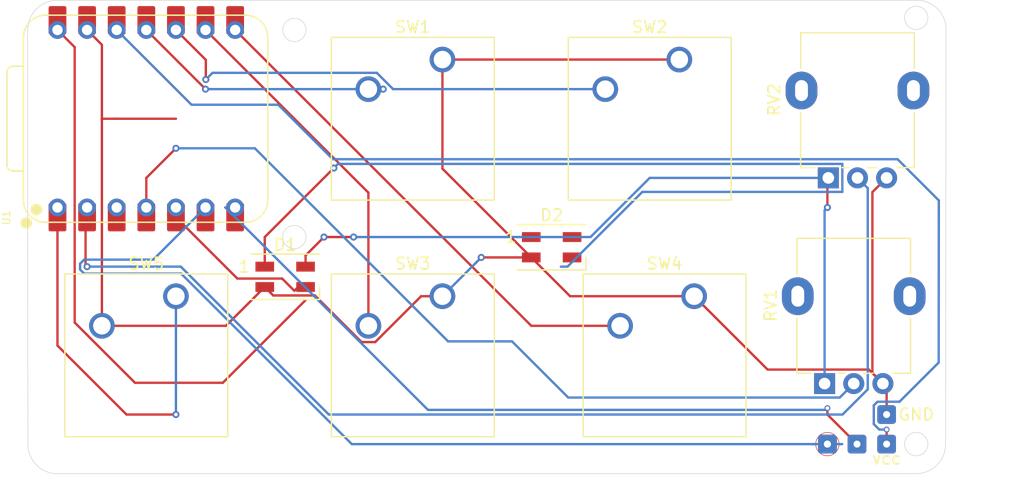
<source format=kicad_pcb>
(kicad_pcb (version 20241229) (generator "pcbnew") (generator_version "9.0")
  (layers (0 "F.Cu" signal) (2 "B.Cu" signal) (13 "F.Paste" user) (15 "B.Paste" user) (5 "F.SilkS" user "F.Silkscreen") (7 "B.SilkS" user "B.Silkscreen") (1 "F.Mask" user) (3 "B.Mask" user) (25 "Edge.Cuts" user))
  (net 0 "")
  (net 1 "Net-(D1-DIN)")
  (net 2 "Net-(D1-DOUT)")
  (net 3 "+5V")
  (net 4 "GND")
  (net 6 "Net-(U1-GPIO29{slash}ADC3{slash}A3)")
  (net 7 "Net-(U1-GPIO3{slash}MOSI)")
  (net 8 "Net-(U1-GPIO4{slash}MISO)")
  (net 9 "Net-(U1-GPIO2{slash}SCK)")
  (net 10 "Net-(U1-GPIO1{slash}RX)")
  (net 11 "Net-(U1-GPIO26{slash}ADC0{slash}A0)")
  (net 13 "unconnected-(U1-GPIO0{slash}TX-Pad7)")
  (net 14 "unconnected-(U1-GPIO7{slash}SCL-Pad6)")
  (net 15 "unconnected-(U1-3V3-Pad12)")
  (net 16 "Net-(U1-GPIO27{slash}ADC1{slash}A1)")
  (footprint "Button_Switch_Keyboard:SW_Cherry_MX_1.00u_PCB" (layer "F.Cu") (at 157.48 30.48)
    (property "Reference" "SW1" (at -2.54 -2.794 0) (layer "F.SilkS"))
    (property "Value" "SW_Push")
    (fp_line (start -9.525 -1.905) (end 4.445 -1.905) (stroke (width 0.12)) (layer "F.SilkS"))
    (fp_line (start -9.525 12.065) (end -9.525 -1.905) (stroke (width 0.12)) (layer "F.SilkS"))
    (fp_line (start 4.445 -1.905) (end 4.445 12.065) (stroke (width 0.12)) (layer "F.SilkS"))
    (fp_line (start 4.445 12.065) (end -9.525 12.065) (stroke (width 0.12)) (layer "F.SilkS"))
    (pad "" np_thru_hole circle (at -7.62 5.08) (size 1.7 1.7) (drill 1.7) (layers "*.Cu" "*.Mask"))
    (pad "" np_thru_hole circle (at -2.54 5.08) (size 4 4) (drill 4) (layers "*.Cu" "*.Mask"))
    (pad "" np_thru_hole circle (at 2.54 5.08) (size 1.7 1.7) (drill 1.7) (layers "*.Cu" "*.Mask"))
    (pad "1" thru_hole circle (at 0 0) (size 2.2 2.2) (drill 1.5) (layers "*.Cu" "*.Mask") (net 4 "GND"))
    (pad "2" thru_hole circle (at -6.35 2.54) (size 2.2 2.2) (drill 1.5) (layers "*.Cu" "*.Mask") (net 7 "Net-(U1-GPIO3{slash}MOSI)"))
  )
  (footprint "Button_Switch_Keyboard:SW_Cherry_MX_1.00u_PCB" (layer "F.Cu") (at 134.62 50.8)
    (property "Reference" "SW5" (at -2.54 -2.794 0) (layer "F.SilkS"))
    (property "Value" "SW_Push")
    (fp_line (start -9.525 -1.905) (end 4.445 -1.905) (stroke (width 0.12)) (layer "F.SilkS"))
    (fp_line (start -9.525 12.065) (end -9.525 -1.905) (stroke (width 0.12)) (layer "F.SilkS"))
    (fp_line (start 4.445 -1.905) (end 4.445 12.065) (stroke (width 0.12)) (layer "F.SilkS"))
    (fp_line (start 4.445 12.065) (end -9.525 12.065) (stroke (width 0.12)) (layer "F.SilkS"))
    (pad "" np_thru_hole circle (at -7.62 5.08) (size 1.7 1.7) (drill 1.7) (layers "*.Cu" "*.Mask"))
    (pad "" np_thru_hole circle (at -2.54 5.08) (size 4 4) (drill 4) (layers "*.Cu" "*.Mask"))
    (pad "" np_thru_hole circle (at 2.54 5.08) (size 1.7 1.7) (drill 1.7) (layers "*.Cu" "*.Mask"))
    (pad "1" thru_hole circle (at 0 0) (size 2.2 2.2) (drill 1.5) (layers "*.Cu" "*.Mask") (net 11 "Net-(U1-GPIO26{slash}ADC0{slash}A0)"))
    (pad "2" thru_hole circle (at -6.35 2.54) (size 2.2 2.2) (drill 1.5) (layers "*.Cu" "*.Mask") (net 4 "GND"))
  )
  (footprint "Potentiometer_THT:Potentiometer_Alpha_RD901F-40-00D_Single_Vertical" (layer "F.Cu") (at 190.58 40.64 90)
    (property "Reference" "RV2" (at 6.71 -4.64 90) (layer "F.SilkS"))
    (property "Value" "R_Potentiometer")
    (fp_line (start 0.88 -2.38) (end 5.6 -2.38) (stroke (width 0.12)) (layer "F.SilkS"))
    (fp_line (start 9.41 -2.37) (end 12.47 -2.37) (stroke (width 0.12)) (layer "F.SilkS"))
    (fp_line (start 0.88 -1.19) (end 0.88 -2.37) (stroke (width 0.12)) (layer "F.SilkS"))
    (fp_line (start 0.88 1.71) (end 0.88 1.18) (stroke (width 0.12)) (layer "F.SilkS"))
    (fp_line (start 0.88 4.16) (end 0.88 3.33) (stroke (width 0.12)) (layer "F.SilkS"))
    (fp_line (start 12.47 7.37) (end 12.47 -2.37) (stroke (width 0.12)) (layer "F.SilkS"))
    (fp_line (start 9.41 7.37) (end 12.47 7.37) (stroke (width 0.12)) (layer "F.SilkS"))
    (fp_line (start 0.88 7.37) (end 0.88 5.88) (stroke (width 0.12)) (layer "F.SilkS"))
    (fp_line (start 0.88 7.37) (end 5.6 7.37) (stroke (width 0.12)) (layer "F.SilkS"))
    (pad "" thru_hole oval (at 7.5 -2.3 180) (size 2.72 3.24) (drill oval 1.1 1.8) (layers "*.Cu" "*.Mask"))
    (pad "" thru_hole oval (at 7.5 7.3 180) (size 2.72 3.24) (drill oval 1.1 1.8) (layers "*.Cu" "*.Mask"))
    (pad "1" thru_hole rect (at 0 0 180) (size 1.8 1.8) (drill 1) (layers "*.Cu" "*.Mask") (net 3 "+5V"))
    (pad "2" thru_hole circle (at 0 2.5 180) (size 1.8 1.8) (drill 1) (layers "*.Cu" "*.Mask") (net 16 "Net-(U1-GPIO27{slash}ADC1{slash}A1)"))
    (pad "3" thru_hole circle (at 0 5 180) (size 1.8 1.8) (drill 1) (layers "*.Cu" "*.Mask") (net 4 "GND"))
  )
  (footprint "LED_SMD:LED_SK6812MINI_PLCC4_3.5x3.5mm_P1.75mm" (layer "F.Cu") (at 143.99 49.135)
    (property "Reference" "D1" (at 0 -2.75 0) (layer "F.SilkS"))
    (property "Value" "SK6812MINI")
    (fp_line (start -2.95 -1.95) (end 2.95 -1.95) (stroke (width 0.12)) (layer "F.SilkS"))
    (fp_line (start -2.95 1.95) (end 2.95 1.95) (stroke (width 0.12)) (layer "F.SilkS"))
    (fp_line (start 2.95 1.95) (end 2.95 0.875) (stroke (width 0.12)) (layer "F.SilkS"))
    (fp_text user "1" (at -3.5 -0.875 0) (layer "F.SilkS"))
    (pad "1" smd rect (at -1.75 -0.875) (size 1.6 0.85) (layers "F.Cu" "F.Mask" "F.Paste") (net 2 "Net-(D1-DOUT)"))
    (pad "2" smd rect (at -1.75 0.875) (size 1.6 0.85) (layers "F.Cu" "F.Mask" "F.Paste") (net 4 "GND"))
    (pad "3" smd rect (at 1.75 0.875) (size 1.6 0.85) (layers "F.Cu" "F.Mask" "F.Paste") (net 1 "Net-(D1-DIN)"))
    (pad "4" smd rect (at 1.75 -0.875) (size 1.6 0.85) (layers "F.Cu" "F.Mask" "F.Paste") (net 3 "+5V"))
  )
  (footprint "Button_Switch_Keyboard:SW_Cherry_MX_1.00u_PCB" (layer "F.Cu") (at 157.48 50.8)
    (property "Reference" "SW3" (at -2.54 -2.794 0) (layer "F.SilkS"))
    (property "Value" "SW_Push")
    (fp_line (start -9.525 -1.905) (end 4.445 -1.905) (stroke (width 0.12)) (layer "F.SilkS"))
    (fp_line (start -9.525 12.065) (end -9.525 -1.905) (stroke (width 0.12)) (layer "F.SilkS"))
    (fp_line (start 4.445 -1.905) (end 4.445 12.065) (stroke (width 0.12)) (layer "F.SilkS"))
    (fp_line (start 4.445 12.065) (end -9.525 12.065) (stroke (width 0.12)) (layer "F.SilkS"))
    (pad "" np_thru_hole circle (at -7.62 5.08) (size 1.7 1.7) (drill 1.7) (layers "*.Cu" "*.Mask"))
    (pad "" np_thru_hole circle (at -2.54 5.08) (size 4 4) (drill 4) (layers "*.Cu" "*.Mask"))
    (pad "" np_thru_hole circle (at 2.54 5.08) (size 1.7 1.7) (drill 1.7) (layers "*.Cu" "*.Mask"))
    (pad "1" thru_hole circle (at 0 0) (size 2.2 2.2) (drill 1.5) (layers "*.Cu" "*.Mask") (net 4 "GND"))
    (pad "2" thru_hole circle (at -6.35 2.54) (size 2.2 2.2) (drill 1.5) (layers "*.Cu" "*.Mask") (net 9 "Net-(U1-GPIO2{slash}SCK)"))
  )
  (footprint "LED_SMD:LED_SK6812MINI_PLCC4_3.5x3.5mm_P1.75mm" (layer "F.Cu") (at 166.85 46.595)
    (property "Reference" "D2" (at 0 -2.75 0) (layer "F.SilkS"))
    (property "Value" "SK6812MINI")
    (fp_line (start -2.95 -1.95) (end 2.95 -1.95) (stroke (width 0.12)) (layer "F.SilkS"))
    (fp_line (start -2.95 1.95) (end 2.95 1.95) (stroke (width 0.12)) (layer "F.SilkS"))
    (fp_line (start 2.95 1.95) (end 2.95 0.875) (stroke (width 0.12)) (layer "F.SilkS"))
    (fp_text user "1" (at -3.5 -0.875 0) (layer "F.SilkS"))
    (pad "1" smd rect (at -1.75 -0.875) (size 1.6 0.85) (layers "F.Cu" "F.Mask" "F.Paste"))
    (pad "2" smd rect (at -1.75 0.875) (size 1.6 0.85) (layers "F.Cu" "F.Mask" "F.Paste") (net 4 "GND"))
    (pad "3" smd rect (at 1.75 0.875) (size 1.6 0.85) (layers "F.Cu" "F.Mask" "F.Paste") (net 2 "Net-(D1-DOUT)"))
    (pad "4" smd rect (at 1.75 -0.875) (size 1.6 0.85) (layers "F.Cu" "F.Mask" "F.Paste") (net 3 "+5V"))
  )
  (footprint "" (layer "F.Cu") (at 190.5 63.5)
    (property "Reference" "" (at 0 0 0) (layer "F.SilkS") (effects (font (size 1.27 1.27))))
    (property "Value" "")
    (pad "1" thru_hole roundrect (at 0 0) (size 1.6 1.6) (drill 0.6) (layers "*.Cu" "*.Mask") (roundrect_rratio 0.15625))
  )
  (footprint "" (layer "F.Cu") (at 193.04 63.5)
    (property "Reference" "" (at 0 0 0) (layer "F.SilkS") (effects (font (size 1.27 1.27))))
    (property "Value" "")
    (pad "1" thru_hole roundrect (at 0 0) (size 1.6 1.6) (drill 0.6) (layers "*.Cu" "*.Mask") (roundrect_rratio 0.15625))
  )
  (footprint "" (layer "F.Cu") (at 195.58 60.96)
    (property "Reference" "" (at 0 0 0) (layer "F.SilkS") (effects (font (size 1.27 1.27))))
    (property "Value" "")
    (pad "1" thru_hole roundrect (at 0 0) (size 1.6 1.6) (drill 0.6) (layers "*.Cu" "*.Mask") (roundrect_rratio 0.15625))
  )
  (footprint "OPL:XIAO-RP2040-DIP" (layer "F.Cu") (at 132.08 35.56 90)
    (property "Reference" "U1" (at -8.5 -12 90) (layer "F.SilkS") (effects (font (size 0.635 0.635) (thickness 0.1016))))
    (property "Value" "XIAO-RP2040-DIP")
    (fp_line (start -3.991272 -11.951) (end 4.004 -11.951) (stroke (width 0.127)) (layer "F.SilkS"))
    (fp_line (start 4.504 -11.451) (end 4.504 -10.541) (stroke (width 0.127)) (layer "F.SilkS"))
    (fp_line (start 6.985 -10.541) (end -6.985 -10.541) (stroke (width 0.1)) (layer "F.SilkS"))
    (fp_line (start 6.985 -10.541) (end -6.985 -10.541) (stroke (width 0.127)) (layer "F.SilkS"))
    (fp_line (start -4.495 -10.541) (end -4.491272 -11.451272) (stroke (width 0.127)) (layer "F.SilkS"))
    (fp_line (start 8.89 8.509) (end 8.89 -8.636) (stroke (width 0.127)) (layer "F.SilkS"))
    (fp_line (start -8.89 8.509) (end -8.89 -8.636) (stroke (width 0.127)) (layer "F.SilkS"))
    (fp_line (start -6.985 10.414) (end 6.985 10.414) (stroke (width 0.127)) (layer "F.SilkS"))
    (fp_arc (start 4.004 -11.951) (mid 4.357553 -11.804553) (end 4.504 -11.451) (stroke (width 0.127)) (layer "F.SilkS"))
    (fp_arc (start -4.491272 -11.451272) (mid -4.344728 -11.80464) (end -3.991272 -11.951) (stroke (width 0.127)) (layer "F.SilkS"))
    (fp_arc (start 6.985 -10.541) (mid 8.332038 -9.983038) (end 8.89 -8.636) (stroke (width 0.127)) (layer "F.SilkS"))
    (fp_arc (start -8.89 -8.636) (mid -8.332038 -9.983038) (end -6.985 -10.541) (stroke (width 0.127)) (layer "F.SilkS"))
    (fp_arc (start 8.89 8.509) (mid 8.332038 9.856038) (end 6.985 10.414) (stroke (width 0.127)) (layer "F.SilkS"))
    (fp_arc (start -6.985 10.414) (mid -8.332038 9.856038) (end -8.89 8.509) (stroke (width 0.127)) (layer "F.SilkS"))
    (fp_circle (center -8.95 -10.3) (end -8.95 -10.554) (stroke (width 0.5)) (fill yes) (layer "F.SilkS"))
    (fp_circle (center -7.807 -9.42) (end -7.807 -9.674) (stroke (width 0.5)) (fill yes) (layer "F.SilkS"))
    (pad "1" smd roundrect (at -8.455 -7.62 270) (size 2.432 1.524) (layers "F.Cu" "F.Mask") (roundrect_rratio 0.1) (net 11 "Net-(U1-GPIO26{slash}ADC0{slash}A0)"))
    (pad "1" thru_hole circle (at -7.62 -7.62 270) (size 1.524 1.524) (drill 0.889) (layers "*.Cu" "*.Mask") (net 11 "Net-(U1-GPIO26{slash}ADC0{slash}A0)"))
    (pad "2" smd roundrect (at -8.455 -5.08 270) (size 2.432 1.524) (layers "F.Cu" "F.Mask") (roundrect_rratio 0.1) (net 16 "Net-(U1-GPIO27{slash}ADC1{slash}A1)"))
    (pad "2" thru_hole circle (at -7.62 -5.08 270) (size 1.524 1.524) (drill 0.889) (layers "*.Cu" "*.Mask") (net 16 "Net-(U1-GPIO27{slash}ADC1{slash}A1)"))
    (pad "3" smd roundrect (at -8.455 -2.54 270) (size 2.432 1.524) (layers "F.Cu" "F.Mask") (roundrect_rratio 0.1))
    (pad "3" thru_hole circle (at -7.62 -2.54 270) (size 1.524 1.524) (drill 0.889) (layers "*.Cu" "*.Mask"))
    (pad "4" smd roundrect (at -8.455 0 270) (size 2.432 1.524) (layers "F.Cu" "F.Mask") (roundrect_rratio 0.1) (net 6 "Net-(U1-GPIO29{slash}ADC3{slash}A3)"))
    (pad "4" thru_hole circle (at -7.62 0 270) (size 1.524 1.524) (drill 0.889) (layers "*.Cu" "*.Mask") (net 6 "Net-(U1-GPIO29{slash}ADC3{slash}A3)"))
    (pad "5" smd roundrect (at -8.455 2.54 270) (size 2.432 1.524) (layers "F.Cu" "F.Mask") (roundrect_rratio 0.1) (net 1 "Net-(D1-DIN)"))
    (pad "5" thru_hole circle (at -7.62 2.54 270) (size 1.524 1.524) (drill 0.889) (layers "*.Cu" "*.Mask") (net 1 "Net-(D1-DIN)"))
    (pad "6" smd roundrect (at -8.455 5.08 270) (size 2.432 1.524) (layers "F.Cu" "F.Mask") (roundrect_rratio 0.1) (net 14 "unconnected-(U1-GPIO7{slash}SCL-Pad6)"))
    (pad "6" thru_hole circle (at -7.62 5.08 270) (size 1.524 1.524) (drill 0.889) (layers "*.Cu" "*.Mask") (net 14 "unconnected-(U1-GPIO7{slash}SCL-Pad6)"))
    (pad "7" smd roundrect (at -8.455 7.62 270) (size 2.432 1.524) (layers "F.Cu" "F.Mask") (roundrect_rratio 0.1) (net 13 "unconnected-(U1-GPIO0{slash}TX-Pad7)"))
    (pad "7" thru_hole circle (at -7.62 7.62 270) (size 1.524 1.524) (drill 0.889) (layers "*.Cu" "*.Mask") (net 13 "unconnected-(U1-GPIO0{slash}TX-Pad7)"))
    (pad "8" thru_hole circle (at 7.62 7.62 90) (size 1.524 1.524) (drill 0.889) (layers "*.Cu" "*.Mask") (net 10 "Net-(U1-GPIO1{slash}RX)"))
    (pad "8" smd roundrect (at 8.455 7.62 90) (size 2.432 1.524) (layers "F.Cu" "F.Mask") (roundrect_rratio 0.1) (net 10 "Net-(U1-GPIO1{slash}RX)"))
    (pad "9" thru_hole circle (at 7.62 5.08 90) (size 1.524 1.524) (drill 0.889) (layers "*.Cu" "*.Mask") (net 9 "Net-(U1-GPIO2{slash}SCK)"))
    (pad "9" smd roundrect (at 8.455 5.08 90) (size 2.432 1.524) (layers "F.Cu" "F.Mask") (roundrect_rratio 0.1) (net 9 "Net-(U1-GPIO2{slash}SCK)"))
    (pad "10" thru_hole circle (at 7.62 2.54 90) (size 1.524 1.524) (drill 0.889) (layers "*.Cu" "*.Mask") (net 8 "Net-(U1-GPIO4{slash}MISO)"))
    (pad "10" smd roundrect (at 8.455 2.54 90) (size 2.432 1.524) (layers "F.Cu" "F.Mask") (roundrect_rratio 0.1) (net 8 "Net-(U1-GPIO4{slash}MISO)"))
    (pad "11" thru_hole circle (at 7.62 0 90) (size 1.524 1.524) (drill 0.889) (layers "*.Cu" "*.Mask") (net 7 "Net-(U1-GPIO3{slash}MOSI)"))
    (pad "11" smd roundrect (at 8.455 0 90) (size 2.432 1.524) (layers "F.Cu" "F.Mask") (roundrect_rratio 0.1) (net 7 "Net-(U1-GPIO3{slash}MOSI)"))
    (pad "12" thru_hole circle (at 7.62 -2.54 90) (size 1.524 1.524) (drill 0.889) (layers "*.Cu" "*.Mask") (net 15 "unconnected-(U1-3V3-Pad12)"))
    (pad "12" smd roundrect (at 8.455 -2.54 90) (size 2.432 1.524) (layers "F.Cu" "F.Mask") (roundrect_rratio 0.1) (net 15 "unconnected-(U1-3V3-Pad12)"))
    (pad "13" thru_hole circle (at 7.62 -5.08 90) (size 1.524 1.524) (drill 0.889) (layers "*.Cu" "*.Mask") (net 4 "GND"))
    (pad "13" smd roundrect (at 8.455 -5.08 90) (size 2.432 1.524) (layers "F.Cu" "F.Mask") (roundrect_rratio 0.1) (net 4 "GND"))
    (pad "14" thru_hole circle (at 7.62 -7.62 90) (size 1.524 1.524) (drill 0.889) (layers "*.Cu" "*.Mask") (net 3 "+5V"))
    (pad "14" smd roundrect (at 8.455 -7.62 90) (size 2.432 1.524) (layers "F.Cu" "F.Mask") (roundrect_rratio 0.1) (net 3 "+5V"))
  )
  (footprint "" (layer "F.Cu") (at 195.58 63.5)
    (property "Reference" "" (at 0 0 0) (layer "F.SilkS") (effects (font (size 1.27 1.27))))
    (property "Value" "")
    (pad "1" thru_hole roundrect (at 0 0) (size 1.6 1.6) (drill 0.6) (layers "*.Cu" "*.Mask") (roundrect_rratio 0.15625))
  )
  (footprint "Button_Switch_Keyboard:SW_Cherry_MX_1.00u_PCB" (layer "F.Cu") (at 177.8 30.48)
    (property "Reference" "SW2" (at -2.54 -2.794 0) (layer "F.SilkS"))
    (property "Value" "SW_Push")
    (fp_line (start -9.525 -1.905) (end 4.445 -1.905) (stroke (width 0.12)) (layer "F.SilkS"))
    (fp_line (start -9.525 12.065) (end -9.525 -1.905) (stroke (width 0.12)) (layer "F.SilkS"))
    (fp_line (start 4.445 -1.905) (end 4.445 12.065) (stroke (width 0.12)) (layer "F.SilkS"))
    (fp_line (start 4.445 12.065) (end -9.525 12.065) (stroke (width 0.12)) (layer "F.SilkS"))
    (pad "" np_thru_hole circle (at -7.62 5.08) (size 1.7 1.7) (drill 1.7) (layers "*.Cu" "*.Mask"))
    (pad "" np_thru_hole circle (at -2.54 5.08) (size 4 4) (drill 4) (layers "*.Cu" "*.Mask"))
    (pad "" np_thru_hole circle (at 2.54 5.08) (size 1.7 1.7) (drill 1.7) (layers "*.Cu" "*.Mask"))
    (pad "1" thru_hole circle (at 0 0) (size 2.2 2.2) (drill 1.5) (layers "*.Cu" "*.Mask") (net 4 "GND"))
    (pad "2" thru_hole circle (at -6.35 2.54) (size 2.2 2.2) (drill 1.5) (layers "*.Cu" "*.Mask") (net 8 "Net-(U1-GPIO4{slash}MISO)"))
  )
  (footprint "Connector_Wire:SolderWire-0.1sqmm_1x01_D0.4mm_OD1mm" (layer "F.Cu") (at 190.5 63.5)
    (property "Reference" "REF**" (hide yes))
    (property "Value" "SolderWire-0.1sqmm_1x01_D0.4mm_OD1mm")
    (pad "1" thru_hole roundrect (at 0 0) (size 1.6 1.6) (drill 0.6) (layers "*.Cu" "*.Mask") (roundrect_rratio 0.15625))
  )
  (footprint "Button_Switch_Keyboard:SW_Cherry_MX_1.00u_PCB" (layer "F.Cu") (at 179.07 50.8)
    (property "Reference" "SW4" (at -2.54 -2.794 0) (layer "F.SilkS"))
    (property "Value" "SW_Push")
    (fp_line (start -9.525 -1.905) (end 4.445 -1.905) (stroke (width 0.12)) (layer "F.SilkS"))
    (fp_line (start -9.525 12.065) (end -9.525 -1.905) (stroke (width 0.12)) (layer "F.SilkS"))
    (fp_line (start 4.445 -1.905) (end 4.445 12.065) (stroke (width 0.12)) (layer "F.SilkS"))
    (fp_line (start 4.445 12.065) (end -9.525 12.065) (stroke (width 0.12)) (layer "F.SilkS"))
    (pad "" np_thru_hole circle (at -7.62 5.08) (size 1.7 1.7) (drill 1.7) (layers "*.Cu" "*.Mask"))
    (pad "" np_thru_hole circle (at -2.54 5.08) (size 4 4) (drill 4) (layers "*.Cu" "*.Mask"))
    (pad "" np_thru_hole circle (at 2.54 5.08) (size 1.7 1.7) (drill 1.7) (layers "*.Cu" "*.Mask"))
    (pad "1" thru_hole circle (at 0 0) (size 2.2 2.2) (drill 1.5) (layers "*.Cu" "*.Mask") (net 4 "GND"))
    (pad "2" thru_hole circle (at -6.35 2.54) (size 2.2 2.2) (drill 1.5) (layers "*.Cu" "*.Mask") (net 10 "Net-(U1-GPIO1{slash}RX)"))
  )
  (footprint "Potentiometer_THT:Potentiometer_Alpha_RD901F-40-00D_Single_Vertical" (layer "F.Cu") (at 190.26 58.3 90)
    (property "Reference" "RV1" (at 6.71 -4.64 90) (layer "F.SilkS"))
    (property "Value" "R_Potentiometer")
    (fp_line (start 0.88 -2.38) (end 5.6 -2.38) (stroke (width 0.12)) (layer "F.SilkS"))
    (fp_line (start 9.41 -2.37) (end 12.47 -2.37) (stroke (width 0.12)) (layer "F.SilkS"))
    (fp_line (start 0.88 -1.19) (end 0.88 -2.37) (stroke (width 0.12)) (layer "F.SilkS"))
    (fp_line (start 0.88 1.71) (end 0.88 1.18) (stroke (width 0.12)) (layer "F.SilkS"))
    (fp_line (start 0.88 4.16) (end 0.88 3.33) (stroke (width 0.12)) (layer "F.SilkS"))
    (fp_line (start 12.47 7.37) (end 12.47 -2.37) (stroke (width 0.12)) (layer "F.SilkS"))
    (fp_line (start 9.41 7.37) (end 12.47 7.37) (stroke (width 0.12)) (layer "F.SilkS"))
    (fp_line (start 0.88 7.37) (end 0.88 5.88) (stroke (width 0.12)) (layer "F.SilkS"))
    (fp_line (start 0.88 7.37) (end 5.6 7.37) (stroke (width 0.12)) (layer "F.SilkS"))
    (pad "" thru_hole oval (at 7.5 -2.3 180) (size 2.72 3.24) (drill oval 1.1 1.8) (layers "*.Cu" "*.Mask"))
    (pad "" thru_hole oval (at 7.5 7.3 180) (size 2.72 3.24) (drill oval 1.1 1.8) (layers "*.Cu" "*.Mask"))
    (pad "1" thru_hole rect (at 0 0 180) (size 1.8 1.8) (drill 1) (layers "*.Cu" "*.Mask") (net 3 "+5V"))
    (pad "2" thru_hole circle (at 0 2.5 180) (size 1.8 1.8) (drill 1) (layers "*.Cu" "*.Mask") (net 6 "Net-(U1-GPIO29{slash}ADC3{slash}A3)"))
    (pad "3" thru_hole circle (at 0 5 180) (size 1.8 1.8) (drill 1) (layers "*.Cu" "*.Mask") (net 4 "GND"))
  )
  (gr_circle (center 190.5 63.5) (end 191.5 63.5) (stroke (width 0.05)) (fill no) (layer "F.Cu") (net 14))
  (gr_line (start 195.58 60.96) (end 195.58 58.42) (stroke (width 0.2)) (layer "F.Cu") (net 4))
  (gr_circle (center 144.78 27.94) (end 145.78 27.94) (stroke (width 0.05)) (fill no) (layer "Edge.Cuts"))
  (gr_arc (start 200.64 63.5) (mid 199.896051 65.296051) (end 198.1 66.04) (stroke (width 0.05)) (layer "Edge.Cuts"))
  (gr_line (start 124.46 66.040001) (end 198.1 66.04) (stroke (width 0.05)) (layer "Edge.Cuts"))
  (gr_circle (center 144.78 45.72) (end 145.78 45.72) (stroke (width 0.05)) (fill no) (layer "Edge.Cuts"))
  (gr_arc (start 124.459999 66.040001) (mid 122.663948 65.296052) (end 121.919999 63.500001) (stroke (width 0.05)) (layer "Edge.Cuts"))
  (gr_arc (start 198.12 25.4) (mid 199.920193 26.089807) (end 200.67 27.9) (stroke (width 0.05)) (layer "Edge.Cuts"))
  (gr_circle (center 198.12 63.5) (end 199.12 63.5) (stroke (width 0.05)) (fill no) (layer "Edge.Cuts"))
  (gr_arc (start 121.9002 27.932079) (mid 122.712473 26.08) (end 124.615459 25.395437) (stroke (width 0.05)) (layer "Edge.Cuts"))
  (gr_line (start 121.919999 63.5) (end 121.9002 27.94) (stroke (width 0.05)) (layer "Edge.Cuts"))
  (gr_line (start 200.669926 27.904786) (end 200.64 63.5) (stroke (width 0.05)) (layer "Edge.Cuts"))
  (gr_line (start 124.615459 25.395437) (end 198.12 25.4) (stroke (width 0.05)) (layer "Edge.Cuts"))
  (gr_circle (center 198.12 26.9) (end 199.12 26.9) (stroke (width 0.05)) (fill no) (layer "Edge.Cuts"))
  (gr_text "GND" (at 198.12 60.96 0) (layer "F.SilkS") (effects (font (size 1 1))))
  (gr_text "vcc" (at 195.58 64.74 0) (layer "F.SilkS") (effects (font (size 1 1))))
  (segment (start 139.889 49.284) (end 143.729 49.284) (width 0.2) (layer "F.Cu") (net 1))
  (segment (start 143.729 49.284) (end 144.78 50.335) (width 0.2) (layer "F.Cu") (net 1))
  (segment (start 134.62 44.015) (end 139.889 49.284) (width 0.2) (layer "F.Cu") (net 1))
  (segment (start 145.105 50.01) (end 145.74 50.01) (width 0.2) (layer "F.Cu") (net 1))
  (segment (start 144.78 50.335) (end 145.105 50.01) (width 0.2) (layer "F.Cu") (net 1))
  (segment (start 142.24 48.26) (end 142.24 45.72) (width 0.2) (layer "F.Cu") (net 2))
  (segment (start 142.24 45.72) (end 148.165735 39.794265) (width 0.2) (layer "F.Cu") (net 2))
  (via (at 148.165735 39.794265) (size 0.6) (drill 0.3) (layers "F.Cu" "B.Cu") (net 2))
  (segment (start 167.64 48.26) (end 168.2071 48.26) (width 0.2) (layer "B.Cu") (net 2))
  (segment (start 191.781 39.439) (end 191.781 41.841) (width 0.2) (layer "B.Cu") (net 2))
  (segment (start 148.521 39.439) (end 191.781 39.439) (width 0.2) (layer "B.Cu") (net 2))
  (segment (start 148.165735 39.794265) (end 148.521 39.439) (width 0.2) (layer "B.Cu") (net 2))
  (segment (start 174.6261 41.841) (end 168.2071 48.26) (width 0.2) (layer "B.Cu") (net 2))
  (segment (start 191.781 41.841) (end 174.6261 41.841) (width 0.2) (layer "B.Cu") (net 2))
  (segment (start 145.74 47.3) (end 147.32 45.72) (width 0.2) (layer "F.Cu") (net 3))
  (segment (start 125.937 53.061816) (end 131.106184 58.231) (width 0.2) (layer "F.Cu") (net 3))
  (segment (start 145.74 48.26) (end 145.74 47.3) (width 0.2) (layer "F.Cu") (net 3))
  (segment (start 125.937 29.417) (end 125.937 53.061816) (width 0.2) (layer "F.Cu") (net 3))
  (segment (start 190.5 40.64) (end 190.5 43.18) (width 0.2) (layer "F.Cu") (net 3))
  (segment (start 147.32 45.72) (end 149.86 45.72) (width 0.2) (layer "F.Cu") (net 3))
  (segment (start 131.106184 58.231) (end 138.646 58.231) (width 0.2) (layer "F.Cu") (net 3))
  (segment (start 124.46 27.94) (end 125.937 29.417) (width 0.2) (layer "F.Cu") (net 3))
  (segment (start 138.646 58.231) (end 145.74 51.137) (width 0.2) (layer "F.Cu") (net 3))
  (segment (start 190.58 40.64) (end 190.5 40.64) (width 0.2) (layer "F.Cu") (net 3))
  (via (at 190.5 43.18) (size 0.6) (drill 0.3) (layers "F.Cu" "B.Cu") (net 3))
  (via (at 147.32 45.72) (size 0.6) (drill 0.3) (layers "F.Cu" "B.Cu") (net 3))
  (via (at 149.86 45.72) (size 0.6) (drill 0.3) (layers "F.Cu" "B.Cu") (net 3))
  (segment (start 149.86 45.72) (end 170.18 45.72) (width 0.2) (layer "B.Cu") (net 3))
  (segment (start 175.26 40.64) (end 190.58 40.64) (width 0.2) (layer "B.Cu") (net 3))
  (segment (start 190.5 43.18) (end 190.26 43.42) (width 0.2) (layer "B.Cu") (net 3))
  (segment (start 190.26 43.42) (end 190.26 58.3) (width 0.2) (layer "B.Cu") (net 3))
  (segment (start 170.18 45.72) (end 175.26 40.64) (width 0.2) (layer "B.Cu") (net 3))
  (segment (start 165.1 47.47) (end 160.81 47.47) (width 0.2) (layer "F.Cu") (net 4))
  (segment (start 150.549686 54.741) (end 146.544686 50.736) (width 0.2) (layer "F.Cu") (net 4))
  (segment (start 157.48 39.85) (end 165.1 47.47) (width 0.2) (layer "F.Cu") (net 4))
  (segment (start 157.48 30.48) (end 177.8 30.48) (width 0.2) (layer "F.Cu") (net 4))
  (segment (start 128.27 35.56) (end 128.27 29.21) (width 0.2) (layer "F.Cu") (net 4))
  (segment (start 142.24 50.01) (end 138.91 53.34) (width 0.2) (layer "F.Cu") (net 4))
  (segment (start 142.966 50.736) (end 142.24 50.01) (width 0.2) (layer "F.Cu") (net 4))
  (segment (start 157.48 30.48) (end 157.48 39.85) (width 0.2) (layer "F.Cu") (net 4))
  (segment (start 155.651314 50.8) (end 151.710314 54.741) (width 0.2) (layer "F.Cu") (net 4))
  (segment (start 128.27 53.34) (end 128.27 35.56) (width 0.2) (layer "F.Cu") (net 4))
  (segment (start 146.544686 50.736) (end 142.966 50.736) (width 0.2) (layer "F.Cu") (net 4))
  (segment (start 160.81 47.47) (end 160.30355 47.97645) (width 0.2) (layer "F.Cu") (net 4))
  (segment (start 194.361 57.401) (end 194.361 41.859) (width 0.2) (layer "F.Cu") (net 4))
  (segment (start 151.710314 54.741) (end 150.549686 54.741) (width 0.2) (layer "F.Cu") (net 4))
  (segment (start 165.1 47.47) (end 168.43 50.8) (width 0.2) (layer "F.Cu") (net 4))
  (segment (start 157.48 50.8) (end 155.651314 50.8) (width 0.2) (layer "F.Cu") (net 4))
  (segment (start 194.059 57.099) (end 195.26 58.3) (width 0.2) (layer "F.Cu") (net 4))
  (segment (start 138.91 53.34) (end 128.27 53.34) (width 0.2) (layer "F.Cu") (net 4))
  (segment (start 194.361 41.859) (end 195.58 40.64) (width 0.2) (layer "F.Cu") (net 4))
  (segment (start 128.27 29.21) (end 127 27.94) (width 0.2) (layer "F.Cu") (net 4))
  (segment (start 179.07 50.8) (end 185.369 57.099) (width 0.2) (layer "F.Cu") (net 4))
  (segment (start 128.27 35.56) (end 129.54 35.56) (width 0.2) (layer "F.Cu") (net 4))
  (segment (start 185.369 57.099) (end 194.059 57.099) (width 0.2) (layer "F.Cu") (net 4))
  (segment (start 195.26 58.3) (end 194.361 57.401) (width 0.2) (layer "F.Cu") (net 4))
  (segment (start 129.54 35.56) (end 134.62 35.56) (width 0.2) (layer "F.Cu") (net 4))
  (segment (start 168.43 50.8) (end 179.07 50.8) (width 0.2) (layer "F.Cu") (net 4))
  (via (at 160.81 47.47) (size 0.6) (drill 0.3) (layers "F.Cu" "B.Cu") (net 4))
  (segment (start 160.81 47.47) (end 157.48 50.8) (width 0.2) (layer "B.Cu") (net 4))
  (segment (start 132.08 40.64) (end 134.62 38.1) (width 0.2) (layer "F.Cu") (net 6))
  (segment (start 132.08 44.015) (end 132.08 40.64) (width 0.2) (layer "F.Cu") (net 6))
  (via (at 134.62 38.1) (size 0.6) (drill 0.3) (layers "F.Cu" "B.Cu") (net 6))
  (segment (start 157.969057 54.679) (end 163.449057 54.679) (width 0.2) (layer "B.Cu") (net 6))
  (segment (start 168.271057 59.501) (end 191.559 59.501) (width 0.2) (layer "B.Cu") (net 6))
  (segment (start 191.559 59.501) (end 192.76 58.3) (width 0.2) (layer "B.Cu") (net 6))
  (segment (start 141.390057 38.1) (end 157.969057 54.679) (width 0.2) (layer "B.Cu") (net 6))
  (segment (start 134.62 38.1) (end 141.390057 38.1) (width 0.2) (layer "B.Cu") (net 6))
  (segment (start 163.449057 54.679) (end 168.271057 59.501) (width 0.2) (layer "B.Cu") (net 6))
  (segment (start 132.08 27.94) (end 137.16 33.02) (width 0.2) (layer "F.Cu") (net 7))
  (via (at 137.16 33.02) (size 0.6) (drill 0.3) (layers "F.Cu" "B.Cu") (net 7))
  (via (at 152.4 33.02) (size 0.6) (drill 0.3) (layers "F.Cu" "B.Cu") (net 7))
  (segment (start 137.16 33.02) (end 152.4 33.02) (width 0.2) (layer "B.Cu") (net 7))
  (segment (start 134.62 27.94) (end 137.184263 30.504263) (width 0.2) (layer "F.Cu") (net 8))
  (segment (start 137.184263 30.504263) (end 137.184263 32.195734) (width 0.2) (layer "F.Cu") (net 8))
  (via (at 137.184263 32.195734) (size 0.6) (drill 0.3) (layers "F.Cu" "B.Cu") (net 8))
  (segment (start 151.848943 31.619) (end 153.249943 33.02) (width 0.2) (layer "B.Cu") (net 8))
  (segment (start 137.184263 32.195734) (end 137.760997 31.619) (width 0.2) (layer "B.Cu") (net 8))
  (segment (start 137.760997 31.619) (end 151.848943 31.619) (width 0.2) (layer "B.Cu") (net 8))
  (segment (start 153.249943 33.02) (end 171.45 33.02) (width 0.2) (layer "B.Cu") (net 8))
  (segment (start 137.16 27.94) (end 151.13 41.91) (width 0.2) (layer "F.Cu") (net 9))
  (segment (start 151.13 41.91) (end 151.13 53.34) (width 0.2) (layer "F.Cu") (net 9))
  (segment (start 139.7 27.94) (end 165.1 53.34) (width 0.2) (layer "F.Cu") (net 10))
  (segment (start 165.1 53.34) (end 172.72 53.34) (width 0.2) (layer "F.Cu") (net 10))
  (segment (start 139.7 27.94) (end 139.7 27.105) (width 0.2) (layer "F.Cu") (net 10))
  (segment (start 130.38153 60.96) (end 134.62 60.96) (width 0.2) (layer "F.Cu") (net 11))
  (segment (start 124.46 44.015) (end 124.46 55.03847) (width 0.2) (layer "F.Cu") (net 11))
  (segment (start 124.46 55.03847) (end 130.38153 60.96) (width 0.2) (layer "F.Cu") (net 11))
  (via (at 134.62 60.96) (size 0.6) (drill 0.3) (layers "F.Cu" "B.Cu") (net 11))
  (segment (start 134.62 60.96) (end 134.62 50.8) (width 0.2) (layer "B.Cu") (net 11))
  (segment (start 190.5 60.41) (end 190.5 60.96) (width 0.2) (layer "F.Cu") (net 13))
  (segment (start 190.5 60.96) (end 193.04 63.5) (width 0.2) (layer "F.Cu") (net 13))
  (via (at 190.5 60.41) (size 0.5) (drill 0.3) (layers "F.Cu" "B.Cu") (net 13))
  (segment (start 190.5 60.559) (end 190.5 60.41) (width 0.2) (layer "B.Cu") (net 13))
  (segment (start 139.7 43.18) (end 138.85847 43.18) (width 0.2) (layer "B.Cu") (net 13))
  (segment (start 156.23747 60.559) (end 190.5 60.559) (width 0.2) (layer "B.Cu") (net 13))
  (segment (start 138.85847 43.18) (end 156.23747 60.559) (width 0.2) (layer "B.Cu") (net 13))
  (segment (start 126.751057 48.861) (end 135.0679 48.861) (width 0.2) (layer "B.Cu") (net 14))
  (segment (start 135.0679 48.861) (end 149.7069 63.5) (width 0.2) (layer "B.Cu") (net 14))
  (segment (start 126.399 48.011057) (end 126.399 48.508943) (width 0.2) (layer "B.Cu") (net 14))
  (segment (start 132.681 47.659) (end 126.751057 47.659) (width 0.2) (layer "B.Cu") (net 14))
  (segment (start 137.16 43.18) (end 132.681 47.659) (width 0.2) (layer "B.Cu") (net 14))
  (segment (start 149.7069 63.5) (end 189.399 63.5) (width 0.2) (layer "B.Cu") (net 14))
  (segment (start 189.23 63.5) (end 191.77 63.5) (width 0.2) (layer "B.Cu") (net 14))
  (segment (start 126.399 48.508943) (end 126.751057 48.861) (width 0.2) (layer "B.Cu") (net 14))
  (segment (start 126.751057 47.659) (end 126.399 48.011057) (width 0.2) (layer "B.Cu") (net 14))
  (segment (start 195.58 62.25) (end 195.58 63.5) (width 0.2) (layer "F.Cu") (net 15))
  (via (at 195.58 62.25) (size 0.5) (drill 0.3) (layers "F.Cu" "B.Cu") (net 15))
  (segment (start 196.681 59.859) (end 194.79484 59.859) (width 0.2) (layer "B.Cu") (net 15))
  (segment (start 143.393057 34.359) (end 148.072057 39.038) (width 0.2) (layer "B.Cu") (net 15))
  (segment (start 194.952762 62.25) (end 195.58 62.25) (width 0.2) (layer "B.Cu") (net 15))
  (segment (start 135.959 34.359) (end 143.393057 34.359) (width 0.2) (layer "B.Cu") (net 15))
  (segment (start 129.54 27.94) (end 135.959 34.359) (width 0.2) (layer "B.Cu") (net 15))
  (segment (start 194.79484 59.859) (end 194.479 60.17484) (width 0.2) (layer "B.Cu") (net 15))
  (segment (start 200.044889 56.495111) (end 196.681 59.859) (width 0.2) (layer "B.Cu") (net 15))
  (segment (start 200.05659 42.57659) (end 200.044889 56.495111) (width 0.2) (layer "B.Cu") (net 15))
  (segment (start 194.479 60.17484) (end 194.479 61.776238) (width 0.2) (layer "B.Cu") (net 15))
  (segment (start 194.479 61.776238) (end 194.952762 62.25) (width 0.2) (layer "B.Cu") (net 15))
  (segment (start 148.072057 39.038) (end 196.518 39.038) (width 0.2) (layer "B.Cu") (net 15))
  (segment (start 196.518 39.038) (end 200.05659 42.57659) (width 0.2) (layer "B.Cu") (net 15))
  (segment (start 126.869 43.311) (end 126.869 48.129) (width 0.2) (layer "F.Cu") (net 16))
  (segment (start 127 43.18) (end 126.869 43.311) (width 0.2) (layer "F.Cu") (net 16))
  (segment (start 126.869 48.129) (end 127 48.26) (width 0.2) (layer "F.Cu") (net 16))
  (via (at 127 48.26) (size 0.6) (drill 0.3) (layers "F.Cu" "B.Cu") (net 16))
  (segment (start 191.798471 60.96) (end 193.961 58.797471) (width 0.2) (layer "B.Cu") (net 16))
  (segment (start 127 48.26) (end 135.034 48.26) (width 0.2) (layer "B.Cu") (net 16))
  (segment (start 135.034 48.26) (end 147.734 60.96) (width 0.2) (layer "B.Cu") (net 16))
  (segment (start 193.961 58.797471) (end 193.961 41.521) (width 0.2) (layer "B.Cu") (net 16))
  (segment (start 193.961 41.521) (end 193.08 40.64) (width 0.2) (layer "B.Cu") (net 16))
  (segment (start 147.734 60.96) (end 191.798471 60.96) (width 0.2) (layer "B.Cu") (net 16))
)
</source>
